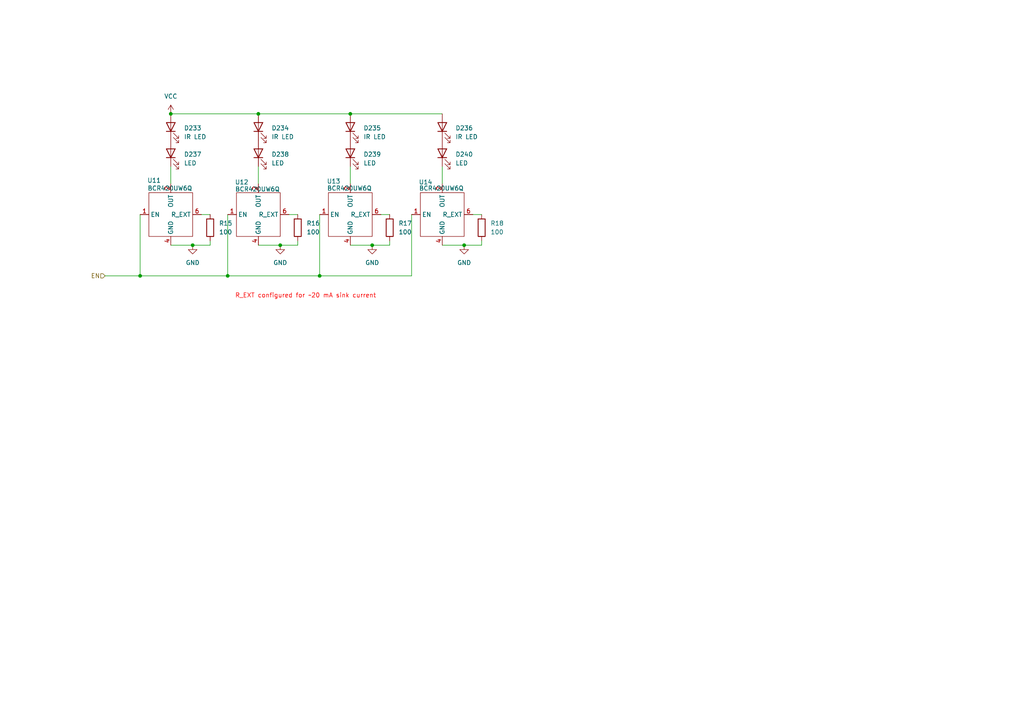
<source format=kicad_sch>
(kicad_sch (version 20231120) (generator "eeschema") (generator_version "8.0")
  (paper "A4")
  (lib_symbols
    (symbol "Device:LED" (pin_numbers hide) (pin_names (offset 1.016) hide)
      (property "Reference" "D" (at 0 2.54 0))
      (property "Value" "LED" (at 0 -2.54 0))
      (symbol "LED_0_1"
        (polyline (pts (xy -1.27 -1.27) (xy -1.27 1.27)) (stroke (width 0.254)))
        (polyline (pts (xy -1.27 0) (xy 1.27 0)))
        (polyline (pts (xy 1.27 -1.27) (xy 1.27 1.27) (xy -1.27 0) (xy 1.27 -1.27)) (stroke (width 0.254)))
        (polyline (pts (xy -3.048 -0.762) (xy -4.572 -2.286) (xy -3.81 -2.286) (xy -4.572 -2.286) (xy -4.572 -1.524)))
        (polyline (pts (xy -1.778 -0.762) (xy -3.302 -2.286) (xy -2.54 -2.286) (xy -3.302 -2.286) (xy -3.302 -1.524)))
      )
      (symbol "LED_1_1"
        (pin passive line (at -3.81 0 0) (length 2.54) (name "K") (number "1"))
        (pin passive line (at 3.81 0 180) (length 2.54) (name "A") (number "2"))
      )
    )
    (symbol "Device:R" (pin_numbers hide) (pin_names (offset 0))
      (property "Reference" "R" (at 2.032 0 90))
      (property "Value" "R" (at 0 0 90))
      (symbol "R_0_1"
        (rectangle (start -1.016 -2.54) (end 1.016 2.54) (stroke (width 0.254)))
      )
      (symbol "R_1_1"
        (pin passive line (at 0 3.81 270) (length 1.27) (name "~") (number "1"))
        (pin passive line (at 0 -3.81 90) (length 1.27) (name "~") (number "2"))
      )
    )
    (symbol "custom_symbols:BCR420UW6Q"
      (property "Reference" "U" (at -0.508 1.778 0))
      (property "Value" "BCR420UW6Q" (at 5.334 0 0))
      (symbol "BCR420UW6Q_0_1"
        (rectangle (start -1.27 -1.27) (end 11.43 -13.97))
      )
      (symbol "BCR420UW6Q_1_1"
        (pin input line (at -3.81 -7.62 0) (length 2.54) (name "EN") (number "1"))
        (pin open_collector line (at 5.08 1.27 270) (length 2.54) (name "OUT") (number "2"))
        (pin power_in line (at 5.08 -16.51 90) (length 2.54) (name "GND") (number "4"))
        (pin input line (at 13.97 -7.62 180) (length 2.54) (name "R_EXT") (number "6"))
      )
    )
    (symbol "power:GND" (power) (pin_numbers hide) (pin_names (offset 0) hide)
      (property "Value" "GND" (at 0 -3.81 0))
      (symbol "GND_0_1"
        (polyline (pts (xy 0 0) (xy 0 -1.27) (xy 1.27 -1.27) (xy 0 -2.54) (xy -1.27 -1.27) (xy 0 -1.27)))
      )
      (symbol "GND_1_1"
        (pin power_in line (at 0 0 270) (length 0) (name "~") (number "1"))
      )
    )
    (symbol "power:VCC" (power) (pin_numbers hide) (pin_names (offset 0) hide)
      (property "Value" "VCC" (at 0 3.556 0))
      (symbol "VCC_0_1"
        (polyline (pts (xy -0.762 1.27) (xy 0 2.54)))
        (polyline (pts (xy 0 0) (xy 0 2.54)))
        (polyline (pts (xy 0 2.54) (xy 0.762 1.27)))
      )
      (symbol "VCC_1_1"
        (pin power_in line (at 0 0 90) (length 0) (name "~") (number "1"))
      )
    )
  )
  (junction (at 134.62 71.12))
  (junction (at 40.64 80.01))
  (junction (at 101.6 33.02))
  (junction (at 74.93 33.02))
  (junction (at 55.88 71.12))
  (junction (at 92.71 80.01))
  (junction (at 66.04 80.01))
  (junction (at 107.95 71.12))
  (junction (at 49.53 33.02))
  (junction (at 81.28 71.12))
  (wire (pts (xy 134.62 71.12) (xy 128.27 71.12)))
  (wire (pts (xy 30.48 80.01) (xy 40.64 80.01)))
  (wire (pts (xy 55.88 71.12) (xy 49.53 71.12)))
  (wire (pts (xy 92.71 62.23) (xy 92.71 80.01)))
  (wire (pts (xy 92.71 80.01) (xy 119.38 80.01)))
  (wire (pts (xy 110.49 62.23) (xy 113.03 62.23)))
  (wire (pts (xy 40.64 62.23) (xy 40.64 80.01)))
  (wire (pts (xy 58.42 62.23) (xy 60.96 62.23)))
  (wire (pts (xy 60.96 71.12) (xy 55.88 71.12)))
  (wire (pts (xy 66.04 62.23) (xy 66.04 80.01)))
  (wire (pts (xy 40.64 80.01) (xy 66.04 80.01)))
  (wire (pts (xy 49.53 48.26) (xy 49.53 53.34)))
  (wire (pts (xy 128.27 48.26) (xy 128.27 53.34)))
  (wire (pts (xy 66.04 80.01) (xy 92.71 80.01)))
  (wire (pts (xy 60.96 69.85) (xy 60.96 71.12)))
  (wire (pts (xy 49.53 33.02) (xy 74.93 33.02)))
  (wire (pts (xy 83.82 62.23) (xy 86.36 62.23)))
  (wire (pts (xy 139.7 71.12) (xy 134.62 71.12)))
  (wire (pts (xy 74.93 48.26) (xy 74.93 53.34)))
  (wire (pts (xy 101.6 48.26) (xy 101.6 53.34)))
  (wire (pts (xy 113.03 71.12) (xy 107.95 71.12)))
  (wire (pts (xy 137.16 62.23) (xy 139.7 62.23)))
  (wire (pts (xy 81.28 71.12) (xy 74.93 71.12)))
  (wire (pts (xy 86.36 71.12) (xy 81.28 71.12)))
  (wire (pts (xy 101.6 33.02) (xy 128.27 33.02)))
  (wire (pts (xy 139.7 69.85) (xy 139.7 71.12)))
  (wire (pts (xy 74.93 33.02) (xy 101.6 33.02)))
  (wire (pts (xy 86.36 69.85) (xy 86.36 71.12)))
  (wire (pts (xy 107.95 71.12) (xy 101.6 71.12)))
  (wire (pts (xy 113.03 69.85) (xy 113.03 71.12)))
  (wire (pts (xy 119.38 62.23) (xy 119.38 80.01)))
  (text "R_EXT configured for ~20 mA sink current" (at 88.646 85.852 0) (effects (font (size 1.27 1.27))))
  (hierarchical_label "EN" (shape input) (at 30.48 80.01 180))
  (symbol (lib_id "Device:LED") (at 49.53 44.45 90) (unit 1)
    (property "Reference" "D237" (at 53.34 44.7674 90) (effects (justify right)))
    (property "Value" "LED" (at 53.34 47.3074 90) (effects (justify right)))
    (property "Footprint" "custom_footprints:HL-A-3528" (effects (hide yes)))
    (property "Description" "Light emitting diode" (effects (hide yes)))
  )
  (symbol (lib_id "power:GND") (at 107.95 71.12 0) (unit 1)
    (property "Reference" "#PWR067" (effects (hide yes)))
    (property "Value" "GND" (at 107.95 76.2 0))
    (property "Description" "Power symbol creates a global label with name \"GND\" , ground" (effects (hide yes)))
  )
  (symbol (lib_id "custom_symbols:BCR420UW6Q") (at 44.45 54.61 0) (unit 1)
    (property "Reference" "U11" (at 44.704 52.324 0))
    (property "Value" "BCR420UW6Q" (at 49.276 54.61 0))
    (property "Footprint" "Package_TO_SOT_SMD:SOT-23-6" (effects (hide yes)))
  )
  (symbol (lib_id "Device:LED") (at 101.6 36.83 90) (unit 1)
    (property "Reference" "D235" (at 105.41 37.1474 90) (effects (justify right)))
    (property "Value" "IR LED" (at 105.41 39.6874 90) (effects (justify right)))
    (property "Footprint" "custom_footprints:XYC-HIR76C-LX4" (effects (hide yes)))
    (property "Description" "Light emitting diode" (effects (hide yes)))
  )
  (symbol (lib_id "custom_symbols:BCR420UW6Q") (at 123.19 54.61 0) (unit 1)
    (property "Reference" "U14" (at 123.444 52.832 0))
    (property "Value" "BCR420UW6Q" (at 128.016 54.61 0))
    (property "Footprint" "Package_TO_SOT_SMD:SOT-23-6" (effects (hide yes)))
  )
  (symbol (lib_id "custom_symbols:BCR420UW6Q") (at 69.85 54.61 0) (unit 1)
    (property "Reference" "U12" (at 70.104 52.832 0))
    (property "Value" "BCR420UW6Q" (at 74.676 54.864 0))
    (property "Footprint" "Package_TO_SOT_SMD:SOT-23-6" (effects (hide yes)))
  )
  (symbol (lib_id "Device:LED") (at 101.6 44.45 90) (unit 1)
    (property "Reference" "D239" (at 105.41 44.7674 90) (effects (justify right)))
    (property "Value" "LED" (at 105.41 47.3074 90) (effects (justify right)))
    (property "Footprint" "custom_footprints:HL-A-3528" (effects (hide yes)))
    (property "Description" "Light emitting diode" (effects (hide yes)))
  )
  (symbol (lib_id "Device:R") (at 139.7 66.04 0) (unit 1)
    (property "Reference" "R18" (at 142.24 64.7699 0) (effects (justify left)))
    (property "Value" "100" (at 142.24 67.3099 0) (effects (justify left)))
    (property "Footprint" "Resistor_SMD:R_0402_1005Metric" (effects (hide yes)))
    (property "Description" "Resistor" (effects (hide yes)))
  )
  (symbol (lib_id "Device:R") (at 60.96 66.04 0) (unit 1)
    (property "Reference" "R15" (at 63.5 64.7699 0) (effects (justify left)))
    (property "Value" "100" (at 63.5 67.3099 0) (effects (justify left)))
    (property "Footprint" "Resistor_SMD:R_0402_1005Metric" (effects (hide yes)))
    (property "Description" "Resistor" (effects (hide yes)))
  )
  (symbol (lib_id "Device:LED") (at 128.27 44.45 90) (unit 1)
    (property "Reference" "D240" (at 132.08 44.7674 90) (effects (justify right)))
    (property "Value" "LED" (at 132.08 47.3074 90) (effects (justify right)))
    (property "Footprint" "custom_footprints:HL-A-3528" (effects (hide yes)))
    (property "Description" "Light emitting diode" (effects (hide yes)))
  )
  (symbol (lib_id "Device:R") (at 86.36 66.04 0) (unit 1)
    (property "Reference" "R16" (at 88.9 64.7699 0) (effects (justify left)))
    (property "Value" "100" (at 88.9 67.3099 0) (effects (justify left)))
    (property "Footprint" "Resistor_SMD:R_0402_1005Metric" (effects (hide yes)))
    (property "Description" "Resistor" (effects (hide yes)))
  )
  (symbol (lib_id "power:GND") (at 81.28 71.12 0) (unit 1)
    (property "Reference" "#PWR066" (effects (hide yes)))
    (property "Value" "GND" (at 81.28 76.2 0))
    (property "Description" "Power symbol creates a global label with name \"GND\" , ground" (effects (hide yes)))
  )
  (symbol (lib_id "Device:LED") (at 49.53 36.83 90) (unit 1)
    (property "Reference" "D233" (at 53.34 37.1474 90) (effects (justify right)))
    (property "Value" "IR LED" (at 53.34 39.6874 90) (effects (justify right)))
    (property "Footprint" "custom_footprints:XYC-HIR76C-LX4" (effects (hide yes)))
    (property "Description" "Light emitting diode" (effects (hide yes)))
  )
  (symbol (lib_id "power:VCC") (at 49.53 33.02 0) (unit 1)
    (property "Reference" "#PWR0101" (effects (hide yes)))
    (property "Value" "VCC" (at 49.53 27.94 0))
    (property "Description" "Power symbol creates a global label with name \"VCC\"" (effects (hide yes)))
  )
  (symbol (lib_id "Device:LED") (at 74.93 36.83 90) (unit 1)
    (property "Reference" "D234" (at 78.74 37.1474 90) (effects (justify right)))
    (property "Value" "IR LED" (at 78.74 39.6874 90) (effects (justify right)))
    (property "Footprint" "custom_footprints:XYC-HIR76C-LX4" (effects (hide yes)))
    (property "Description" "Light emitting diode" (effects (hide yes)))
  )
  (symbol (lib_id "Device:LED") (at 74.93 44.45 90) (unit 1)
    (property "Reference" "D238" (at 78.74 44.7674 90) (effects (justify right)))
    (property "Value" "LED" (at 78.74 47.3074 90) (effects (justify right)))
    (property "Footprint" "custom_footprints:HL-A-3528" (effects (hide yes)))
    (property "Description" "Light emitting diode" (effects (hide yes)))
  )
  (symbol (lib_id "Device:LED") (at 128.27 36.83 90) (unit 1)
    (property "Reference" "D236" (at 132.08 37.1474 90) (effects (justify right)))
    (property "Value" "IR LED" (at 132.08 39.6874 90) (effects (justify right)))
    (property "Footprint" "custom_footprints:XYC-HIR76C-LX4" (effects (hide yes)))
    (property "Description" "Light emitting diode" (effects (hide yes)))
  )
  (symbol (lib_id "custom_symbols:BCR420UW6Q") (at 96.52 54.61 0) (unit 1)
    (property "Reference" "U13" (at 96.774 52.578 0))
    (property "Value" "BCR420UW6Q" (at 101.346 54.61 0))
    (property "Footprint" "Package_TO_SOT_SMD:SOT-23-6" (effects (hide yes)))
  )
  (symbol (lib_id "Device:R") (at 113.03 66.04 0) (unit 1)
    (property "Reference" "R17" (at 115.57 64.7699 0) (effects (justify left)))
    (property "Value" "100" (at 115.57 67.3099 0) (effects (justify left)))
    (property "Footprint" "Resistor_SMD:R_0402_1005Metric" (effects (hide yes)))
    (property "Description" "Resistor" (effects (hide yes)))
  )
  (symbol (lib_id "power:GND") (at 55.88 71.12 0) (unit 1)
    (property "Reference" "#PWR065" (effects (hide yes)))
    (property "Value" "GND" (at 55.88 76.2 0))
    (property "Description" "Power symbol creates a global label with name \"GND\" , ground" (effects (hide yes)))
  )
  (symbol (lib_id "power:GND") (at 134.62 71.12 0) (unit 1)
    (property "Reference" "#PWR068" (effects (hide yes)))
    (property "Value" "GND" (at 134.62 76.2 0))
    (property "Description" "Power symbol creates a global label with name \"GND\" , ground" (effects (hide yes)))
  )
)
</source>
